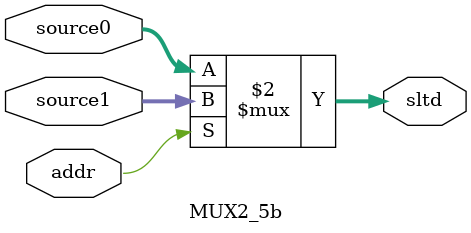
<source format=v>
module MUX2_5b(
    input [4:0] source0, 
    input [4:0] source1,
    input addr, 
    output [4:0] sltd
    );

    assign sltd = ( addr == 1'b1 ) ? source1 : source0;
    
endmodule
</source>
